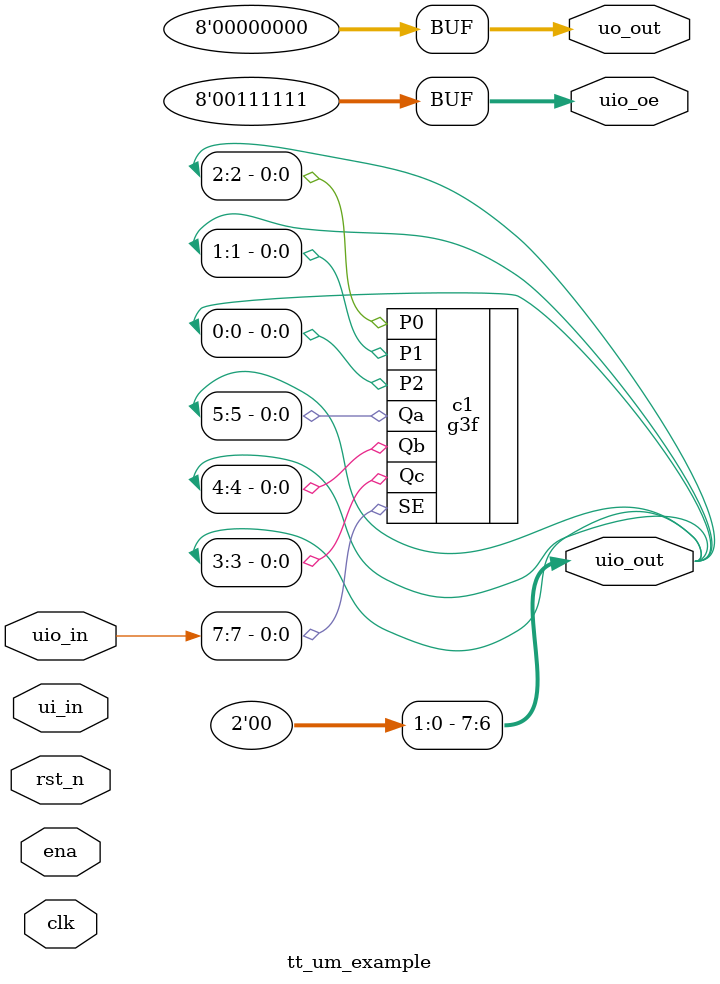
<source format=v>
/*
 * Copyright (c) 2024 Your Name
 * SPDX-License-Identifier: Apache-2.0
 */

`define default_netname none

module tt_um_example (
    input  wire [7:0] ui_in,    // Dedicated inputs
    output wire [7:0] uo_out,   // Dedicated outputs
    input  wire [7:0] uio_in,   // IOs: Input path
    output wire [7:0] uio_out,  // IOs: Output path
    output wire [7:0] uio_oe,   // IOs: Enable path (active high: 0=input, 1=output)
    input  wire       ena,      // will go high when the design is enabled
    input  wire       clk,      // clock
    input  wire       rst_n     // reset_n - low to reset
);

    g3f c1 (.SE(uio_in[7]), .Qa(uio_out[5]), .Qb(uio_out[4]), .Qc(uio_out[3]), .P0(uio_out[2]), .P1(uio_out[1]), .P2(uio_out[0]));

    assign uio_oe = 8'b 00111111;
    assign uio_out[7:6] = 2'b00;
    assign uo_out[7:0] = 8'b00000000;

endmodule

</source>
